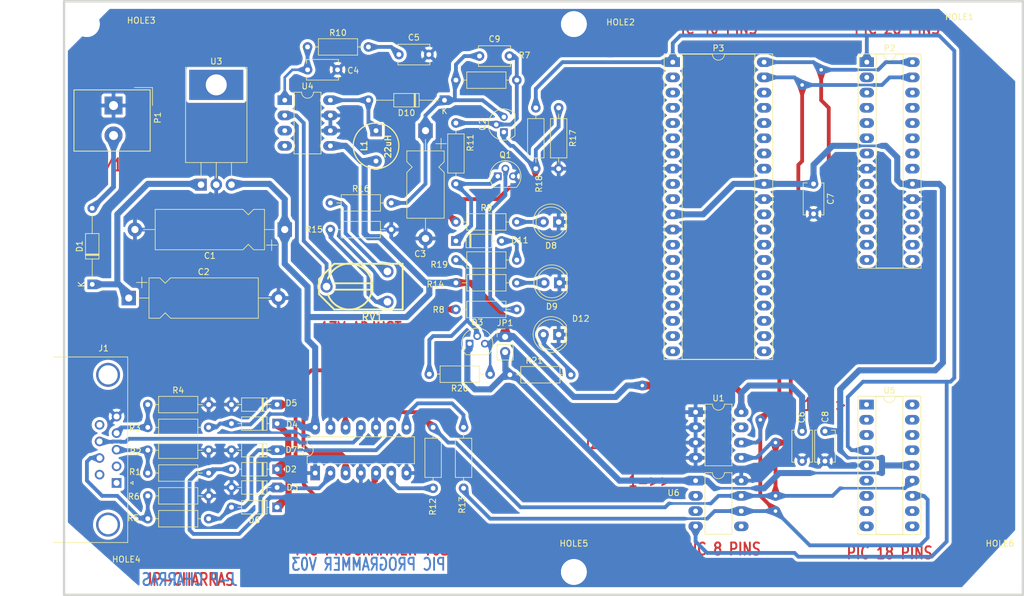
<source format=kicad_pcb>
(kicad_pcb (version 20240706) (generator "pcbnew") (generator_version "8.99")
  (title_block (title "SERIAL PIC PROGRAMMER"))
  (layers (0 "F.Cu" signal "top_copper") (31 "B.Cu" signal "bottom_copper") (34 "B.Paste" user) (35 "F.Paste" user) (36 "B.SilkS" user "B.Silkscreen") (37 "F.SilkS" user "F.Silkscreen") (38 "B.Mask" user) (39 "F.Mask" user) (44 "Edge.Cuts" user))
  (net 0 "")
  (net 1 "Net-(D1-K)")
  (net 2 "Net-(U4-Vc)")
  (net 3 "GND")
  (net 4 "VCC")
  (net 5 "VPP")
  (net 6 "VCC_PIC")
  (net 7 "Net-(Q2-B)")
  (net 8 "/pic_programmer/PC-CLOCK-OUT")
  (net 9 "VPP-MCLR")
  (net 10 "CLOCK-RB6")
  (net 11 "DATA-RB7")
  (net 12 "Net-(D1-A)")
  (net 13 "Net-(D2-A)")
  (net 14 "Net-(C5-Pad1)")
  (net 15 "Net-(D4-A)")
  (net 16 "Net-(D6-A)")
  (net 17 "Net-(D8-A)")
  (net 18 "Net-(D9-A)")
  (net 19 "Net-(D10-A)")
  (net 20 "Net-(D11-K)")
  (net 21 "Net-(D11-A)")
  (net 22 "Net-(D12-A)")
  (net 25 "Net-(R8-Pad1)")
  (net 26 "Net-(R12-Pad1)")
  (net 27 "Net-(R13-Pad1)")
  (net 28 "Net-(R15-Pad1)")
  (net 29 "Net-(R16-Pad1)")
  (net 30 "Net-(Q1-B)")
  (net 31 "Net-(Q2-C)")
  (net 32 "/pic_programmer/VPP_ON")
  (net 33 "/pic_programmer/PC-DATA-OUT")
  (net 34 "/pic_programmer/PC-DATA-IN")
  (net 37 "Net-(Q3-B)")
  (net 38 "Net-(U4-FB+)")
  (footprint "Package_DIP:DIP-40_W15.24mm_Socket_LongPads" (layer "F.Cu") (at 175.26 50.8)
    (property "Reference" "P3")
    (property "Value" "SUPP40")
  )
  (footprint "pic_programmer_fp:MountingHole_4.3mm_M4_DIN965" (layer "F.Cu") (at 229.87 44.45)
    (property "Reference" "HOLE1")
    (property "Value" "P***")
  )
  (footprint "pic_programmer_fp:MountingHole_4.3mm_M4_DIN965" (layer "F.Cu") (at 229.87 135.89)
    (property "Reference" "HOLE6")
    (property "Value" "P***")
  )
  (footprint "pic_programmer_fp:MountingHole_4.3mm_M4_DIN965" (layer "F.Cu") (at 77.47 44.45)
    (property "Reference" "HOLE3")
    (property "Value" "P***")
  )
  (footprint "pic_programmer_fp:MountingHole_4.3mm_M4_DIN965" (layer "F.Cu") (at 77.47 135.89)
    (property "Reference" "HOLE4")
    (property "Value" "P***")
  )
  (footprint "pic_programmer_fp:MountingHole_4.3mm_M4_DIN965" (layer "F.Cu") (at 158.75 135.89)
    (property "Reference" "HOLE5")
    (property "Value" "P***")
  )
  (footprint "pic_programmer_fp:MountingHole_4.3mm_M4_DIN965" (layer "F.Cu") (at 158.75 44.45)
    (property "Reference" "HOLE2")
    (property "Value" "P***")
  )
  (footprint "Package_DIP:DIP-28_W7.62mm_Socket_LongPads" (layer "F.Cu") (at 207.645 50.8)
    (property "Reference" "P2")
    (property "Value" "SUPP28")
  )
  (footprint "Capacitor_THT:CP_Axial_L18.0mm_D6.5mm_P25.00mm_Horizontal" (layer "F.Cu") (at 110.49 78.74 180)
    (property "Reference" "C1")
    (property "Value" "100uF")
  )
  (footprint "Capacitor_THT:CP_Axial_L18.0mm_D6.5mm_P25.00mm_Horizontal" (layer "F.Cu") (at 84.455 90.17)
    (property "Reference" "C2")
    (property "Value" "220uF")
  )
  (footprint "Capacitor_THT:CP_Axial_L11.0mm_D6.0mm_P18.00mm_Horizontal" (layer "F.Cu") (at 133.985 62.23 -90)
    (property "Reference" "C3")
    (property "Value" "22uF/25V")
  )
  (footprint "Capacitor_THT:C_Disc_D5.1mm_W3.2mm_P5.00mm" (layer "F.Cu") (at 114.3 52.07)
    (property "Reference" "C4")
    (property "Value" "0")
  )
  (footprint "Capacitor_THT:C_Disc_D5.1mm_W3.2mm_P5.00mm" (layer "F.Cu") (at 129.54 49.53)
    (property "Reference" "C5")
    (property "Value" "10nF")
  )
  (footprint "Capacitor_THT:C_Disc_D5.1mm_W3.2mm_P5.00mm" (layer "F.Cu") (at 196.85 112.395 -90)
    (property "Reference" "C6")
    (property "Value" "100nF")
  )
  (footprint "Capacitor_THT:C_Disc_D5.1mm_W3.2mm_P5.00mm" (layer "F.Cu") (at 198.755 71.12 -90)
    (property "Reference" "C7")
    (property "Value" "100nF")
  )
  (footprint "Capacitor_THT:C_Disc_D5.1mm_W3.2mm_P5.00mm" (layer "F.Cu") (at 200.66 112.395 -90)
    (property "Reference" "C8")
    (property "Value" "100nF")
  )
  (footprint "Capacitor_THT:C_Disc_D5.1mm_W3.2mm_P5.00mm" (layer "F.Cu") (at 143.002 49.784)
    (property "Reference" "C9")
    (property "Value" "22OnF")
  )
  (footprint "Diode_THT:D_DO-35_SOD27_P12.70mm_Horizontal" (layer "F.Cu") (at 78.359 87.884 90)
    (property "Reference" "D1")
    (property "Value" "1N4004")
  )
  (footprint "pic_programmer_fp:D_DO-35_SOD27_P7.62mm_Horizontal" (layer "F.Cu") (at 109.22 118.745 180)
    (property "Reference" "D2")
    (property "Value" "BAT43")
  )
  (footprint "pic_programmer_fp:D_DO-35_SOD27_P7.62mm_Horizontal" (layer "F.Cu") (at 109.22 121.793 180)
    (property "Reference" "D3")
    (property "Value" "BAT43")
  )
  (footprint "pic_programmer_fp:D_DO-35_SOD27_P7.62mm_Horizontal" (layer "F.Cu") (at 109.22 111.125 180)
    (property "Reference" "D4")
    (property "Value" "BAT43")
  )
  (footprint "pic_programmer_fp:D_DO-35_SOD27_P7.62mm_Horizontal" (layer "F.Cu") (at 109.22 107.95 180)
    (property "Reference" "D5")
    (property "Value" "BAT43")
  )
  (footprint "pic_programmer_fp:D_DO-35_SOD27_P7.62mm_Horizontal" (layer "F.Cu") (at 109.22 125.095 180)
    (property "Reference" "D6")
    (property "Value" "BAT43")
  )
  (footprint "pic_programmer_fp:D_DO-35_SOD27_P7.62mm_Horizontal" (layer "F.Cu") (at 109.22 115.57 180)
    (property "Reference" "D7")
    (property "Value" "BAT43")
  )
  (footprint "LED_THT:LED_D5.0mm" (layer "F.Cu") (at 156.21 77.47 180)
    (property "Reference" "D8")
    (property "Value" "RED-LED")
  )
  (footprint "LED_THT:LED_D5.0mm" (layer "F.Cu") (at 156.337 87.63 180)
    (property "Reference" "D9")
    (property "Value" "GREEN-LED")
  )
  (footprint "Diode_THT:D_DO-35_SOD27_P12.70mm_Horizontal" (layer "F.Cu") (at 137.16 57.15 180)
    (property "Reference" "D10")
    (property "Value" "SCHOTTKY")
  )
  (footprint "pic_programmer_fp:D_DO-35_SOD27_P7.62mm_Horizontal" (layer "F.Cu") (at 139.065 80.645)
    (property "Reference" "D11")
    (property "Value" "BAT43")
  )
  (footprint "LED_THT:LED_D5.0mm" (layer "F.Cu") (at 156.21 96.266 180)
    (property "Reference" "D12")
    (property "Value" "YELLOW-LED")
  )
  (footprint "Connector_Dsub:DSUB-9_Female_Horizontal_P2.77x2.84mm_EdgePinOffset7.70mm_Housed_MountingHolesOffset9.12mm" (layer "F.Cu") (at 82.423 121.031 -90)
    (property "Reference" "J1")
    (property "Value" "DB9-FEMAL")
  )
  (footprint "Connector_PinHeader_2.54mm:PinHeader_1x02_P2.54mm_Vertical" (layer "F.Cu") (at 147.275 96.65)
    (property "Reference" "JP1")
    (property "Value" "JUMPER")
  )
  (footprint "pic_programmer_fp:INDUCTOR_V" (layer "F.Cu") (at 125.73 64.77 -90)
    (property "Reference" "L1")
    (property "Value" "22uH")
  )
  (footprint "TerminalBlock_Altech:Altech_AK300_1x02_P5.00mm_45-Degree" (layer "F.Cu") (at 81.915 58.039 -90)
    (property "Reference" "P1")
    (property "Value" "CONN_2")
  )
  (footprint "pic_programmer_fp:TO-92" (layer "F.Cu") (at 146.05 69.85)
    (property "Reference" "Q1")
    (property "Value" "BC237")
  )
  (footprint "pic_programmer_fp:TO-92" (layer "F.Cu") (at 147.066 62.484 90)
    (property "Reference" "Q2")
    (property "Value" "BC307")
  )
  (footprint "pic_programmer_fp:TO-92" (layer "F.Cu") (at 141.351 97.79)
    (property "Reference" "Q3")
    (property "Value" "BC307")
  )
  (footprint "pic_programmer_fp:R_Axial_DIN0207_L6.3mm_D2.5mm_P10.16mm_Horizontal" (layer "F.Cu") (at 87.63 115.57)
    (property "Reference" "R2")
    (property "Value" "10K")
  )
  (footprint "pic_programmer_fp:R_Axial_DIN0207_L6.3mm_D2.5mm_P10.16mm_Horizontal" (layer "F.Cu") (at 87.63 111.76)
    (property "Reference" "R3")
    (property "Value" "10K")
  )
  (footprint "pic_programmer_fp:R_Axial_DIN0207_L6.3mm_D2.5mm_P10.16mm_Horizontal" (layer "F.Cu") (at 87.63 107.95)
    (property "Reference" "R4")
    (property "Value" "10K")
  )
  (footprint "pic_programmer_fp:R_Axial_DIN0207_L6.3mm_D2.5mm_P10.16mm_Horizontal" (layer "F.Cu") (at 87.63 127)
    (property "Reference" "R5")
    (property "Value" "10K")
  )
  (footprint "pic_programmer_fp:R_Axial_DIN0207_L6.3mm_D2.5mm_P10.16mm_Horizontal" (layer "F.Cu") (at 87.63 123.19)
    (property "Reference" "R6")
    (property "Value" "10K")
  )
  (footprint "pic_programmer_fp:R_Axial_DIN0207_L6.3mm_D2.5mm_P10.16mm_Horizontal" (layer "F.Cu") (at 139.065 53.7972)
    (property "Reference" "R7")
    (property "Value" "10K")
  )
  (footprint "pic_programmer_fp:R_Axial_DIN0207_L6.3mm_D2.5mm_P10.16mm_Horizontal" (layer "F.Cu") (at 139.065 92.075)
    (property "Reference" "R8")
    (property "Value" "1K")
  )
  (footprint "pic_programmer_fp:R_Axial_DIN0207_L6.3mm_D2.5mm_P10.16mm_Horizontal" (layer "F.Cu") (at 139.065 77.47)
    (property "Reference" "R9")
    (property "Value" "2.2K")
  )
  (footprint "pic_programmer_fp:R_Axial_DIN0207_L6.3mm_D2.5mm_P10.16mm_Horizontal" (layer "F.Cu") (at 114.3 48.26)
    (property "Reference" "R10")
    (property "Value" "5.1K")
  )
  (footprint "pic_programmer_fp:R_Axial_DIN0207_L6.3mm_D2.5mm_P10.16mm_Horizontal" (layer "F.Cu") (at 139.065 71.12 90)
    (property "Reference" "R11")
    (property "Value" "22K")
  )
  (footprint "pic_programmer_fp:R_Axial_DIN0207_L6.3mm_D2.5mm_P10.16mm_Horizontal" (layer "F.Cu") (at 135.255 121.92 90)
    (property "Reference" "R12")
    (property "Value" "470")
  )
  (footprint "pic_programmer_fp:R_Axial_DIN0207_L6.3mm_D2.5mm_P10.16mm_Horizontal" (layer "F.Cu") (at 140.335 111.76 -90)
    (property "Reference" "R13")
    (property "Value" "470")
  )
  (footprint "pic_programmer_fp:R_Axial_DIN0207_L6.3mm_D2.5mm_P10.16mm_Horizontal" (layer "F.Cu") (at 139.065 87.63)
    (property "Reference" "R14")
    (property "Value" "470")
  )
  (footprint "pic_programmer_fp:R_Axial_DIN0207_L6.3mm_D2.5mm_P10.16mm_Horizontal" (layer "F.Cu") (at 118.11 78.74)
    (property "Reference" "R15")
    (property "Value" "6.2K")
  )
  (footprint "pic_programmer_fp:R_Axial_DIN0207_L6.3mm_D2.5mm_P10.16mm_Horizontal" (layer "F.Cu") (at 156.21 58.42 -90)
    (property "Reference" "R17")
    (property "Value" "22K")
  )
  (footprint "pic_programmer_fp:R_Axial_DIN0207_L6.3mm_D2.5mm_P10.16mm_Horizontal" (layer "F.Cu") (at 152.4 68.58 90)
    (property "Reference" "R18")
    (property "Value" "220")
  )
  (footprint "pic_programmer_fp:R_Axial_DIN0207_L6.3mm_D2.5mm_P10.16mm_Horizontal" (layer "F.Cu") (at 149.225 83.82 180)
    (property "Reference" "R19")
    (property "Value" "2.2K")
  )
  (footprint "pic_programmer_fp:R_Axial_DIN0207_L6.3mm_D2.5mm_P10.16mm_Horizontal" (layer "F.Cu") (at 148.075 102.975)
    (property "Reference" "R21")
    (property "Value" "470")
  )
  (footprint "pic_programmer_fp:RV2X4" (layer "F.Cu") (at 127.635 90.805 180)
    (property "Reference" "RV1")
    (property "Value" "1K")
  )
  (footprint "Package_DIP:DIP-8_W7.62mm_LongPads" (layer "F.Cu") (at 179.07 109.22)
    (property "Reference" "U1")
    (property "Value" "24Cxx")
  )
  (footprint "Package_DIP:DIP-14_W7.62mm_LongPads" (layer "F.Cu") (at 115.57 119.38 90)
    (property "Reference" "U2")
    (property "Value" "74HC125")
  )
  (footprint "pic_programmer_fp:TO-220-3_Horizontal_TabDown" (layer "F.Cu") (at 96.52 71.247)
    (property "Reference" "U3")
    (property "Value" "7805")
  )
  (footprint "Package_DIP:DIP-8_W7.62mm_LongPads" (layer "F.Cu") (at 110.49 57.15)
    (property "Reference" "U4")
    (property "Value" "LT1373")
  )
  (footprint "Package_DIP:DIP-18_W7.62mm_Socket_LongPads" (layer "F.Cu") (at 207.6 107.95)
    (property "Reference" "U5")
    (property "Value" "PIC_18_PINS")
  )
  (footprint "Package_DIP:DIP-8_W7.62mm_LongPads" (layer "F.Cu") (at 179.07 120.65)
    (property "Reference" "U6")
    (property "Value" "PIC_8_PINS")
  )
  (footprint "pic_programmer_fp:R_Axial_DIN0207_L6.3mm_D2.5mm_P10.16mm_Horizontal" (layer "F.Cu") (at 87.63 119.38)
    (property "Reference" "R1")
    (property "Value" "10K")
  )
  (footprint "pic_programmer_fp:R_Axial_DIN0207_L6.3mm_D2.5mm_P10.16mm_Horizontal" (layer "F.Cu") (at 144.775 102.875 180)
    (property "Reference" "R20")
    (property "Value" "2.2K")
  )
  (footprint "pic_programmer_fp:R_Axial_DIN0207_L6.3mm_D2.5mm_P10.16mm_Horizontal" (layer "F.Cu") (at 118.11 74.295)
    (property "Reference" "R16")
    (property "Value" "62K")
  )
  (gr_line (start 173.99 40.64) (end 233.68 40.64) (stroke (width 0.381)) (layer "Edge.Cuts"))
  (gr_line (start 233.68 139.7) (end 73.66 139.7) (stroke (width 0.381)) (layer "Edge.Cuts"))
  (gr_line (start 73.66 40.64) (end 173.99 40.64) (stroke (width 0.381)) (layer "Edge.Cuts"))
  (gr_line (start 73.66 139.7) (end 73.66 40.64) (stroke (width 0.381)) (layer "Edge.Cuts"))
  (gr_line (start 233.68 40.64) (end 233.68 139.7) (stroke (width 0.381)) (layer "Edge.Cuts"))
  (gr_text "PIC 28 PINS" (at 212.725 45.085 0) (layer "F.Cu") (effects (font (size 2.032 1.524) (thickness 0.3048))))
  (gr_text "PIC 8 PINS" (at 183.515 132.08 0) (layer "F.Cu") (effects (font (size 2.032 1.524) (thickness 0.3048))))
  (gr_text "VCC ON" (at 163.322 96.901 0) (layer "F.Cu") (effects (font (size 2.032 1.524) (thickness 0.3048))))
  (gr_text "PIC PROGRAMMER V03" (at 125.095 132.08 0) (layer "F.Cu") (effects (font (size 2.032 1.524) (thickness 0.3048))))
  (gr_text "1=>>" (at 167.64 48.895 0) (layer "F.Cu") (effects (font (size 2.032 1.524) (thickness 0.3048))))
  (gr_text "PIC 40 PINS" (at 182.245 45.085 0) (layer "F.Cu") (effects (font (size 2.032 1.524) (thickness 0.3048))))
  (gr_text "1=>>" (at 171.45 109.22 0) (layer "F.Cu") (effects (font (size 2.032 1.524) (thickness 0.3048))))
  (gr_text "VPP ON" (at 163.449 76.835 0) (layer "F.Cu") (effects (font (size 2.032 1.524) (thickness 0.3048))))
  (gr_text "1=>>" (at 201.295 48.895 0) (layer "F.Cu") (effects (font (size 2.032 1.524) (thickness 0.3048))))
  (gr_text "JP-CHARRAS" (at 94.615 137.16 0) (layer "F.Cu") (effects (font (size 2.032 1.524) (thickness 0.3048))))
  (gr_text "I2C PROM" (at 166.37 114.3 0) (layer "F.Cu") (effects (font (size 2.032 1.524) (thickness 0.3048))))
  (gr_text "+8/12V" (at 81.534 67.945 0) (layer "F.Cu") (effects (font (size 2.032 1.524) (thickness 0.3048))))
  (gr_text "PIC 18 PINS" (at 211.455 132.715 0) (layer "F.Cu") (effects (font (size 2.032 1.524) (thickness 0.3048))))
  (gr_text "PWR ON" (at 163.449 88.011 0) (layer "F.Cu") (effects (font (size 2.032 1.524) (thickness 0.3048))))
  (gr_text "13V ADJUST" (at 123.19 95.25 0) (layer "F.Cu") (effects (font (size 2.032 1.524) (thickness 0.3048))))
  (gr_text "1=>>" (at 171.45 120.65 0) (layer "F.Cu") (effects (font (size 2.032 1.524) (thickness 0.3048))))
  (gr_text "1=>>" (at 200.66 107.95 0) (layer "F.Cu") (effects (font (size 2.032 1.524) (thickness 0.3048))))
  (gr_text "PIC PROGRAMMER V03" (at 124.46 134.62 0) (layer "B.Cu") (effects (font (size 2.032 1.524) (thickness 0.3048)) (justify mirror)))
  (gr_text "J-P CHARRAS" (at 94.615 137.16 0) (layer "B.Cu") (effects (font (size 2.032 1.524) (thickness 0.3048)) (justify mirror)))
  (segment (start 82.55 76.2) (end 87.63 71.12) (width 1.016) (layer "B.Cu") (net 1))
  (segment (start 82.296 87.884) (end 78.359 87.884) (width 1.016) (layer "B.Cu") (net 1))
  (segment (start 82.55 87.63) (end 82.55 76.2) (width 1.016) (layer "B.Cu") (net 1))
  (segment (start 84.455 89.535) (end 82.55 87.63) (width 1.016) (layer "B.Cu") (net 1))
  (segment (start 87.63 71.12) (end 96.52 71.12) (width 1.016) (layer "B.Cu") (net 1))
  (segment (start 82.55 87.63) (end 82.296 87.884) (width 1.016) (layer "B.Cu") (net 1))
  (segment (start 84.455 90.17) (end 84.455 89.535) (width 1.016) (layer "B.Cu") (net 1))
  (segment (start 114.3 48.26) (end 114.3 52.07) (width 0.635) (layer "B.Cu") (net 2))
  (segment (start 110.49 57.15) (end 110.49 53.34) (width 0.4318) (layer "B.Cu") (net 2))
  (segment (start 111.76 52.07) (end 114.3 52.07) (width 0.4318) (layer "B.Cu") (net 2))
  (segment (start 110.49 53.34) (end 111.76 52.07) (width 0.4318) (layer "B.Cu") (net 2))
  (segment (start 111.0742 116.8908) (end 109.22 118.745) (width 1.016) (layer "F.Cu") (net 4))
  (segment (start 139.065 87.63) (end 141.478 87.63) (width 1.016) (layer "F.Cu") (net 4))
  (segment (start 141.478 87.63) (end 147.32 93.472) (width 1.016) (layer "F.Cu") (net 4))
  (segment (start 111.125 120.65) (end 111.125 123.19) (width 1.016) (layer "F.Cu") (net 4))
  (segment (start 185.42 104.775) (end 186.69 106.045) (width 1.016) (layer "F.Cu") (net 4))
  (segment (start 147.32 93.472) (end 147.32 96.52) (width 1.016) (layer "F.Cu") (net 4))
  (segment (start 111.0742 113.0808) (end 111.0742 116.8908) (width 1.016) (layer "F.Cu") (net 4))
  (segment (start 110.49 112.395) (end 110.49 112.4966) (width 1.016) (layer "F.Cu") (net 4))
  (segment (start 110.49 112.4966) (end 111.0742 113.0808) (width 1.016) (layer "F.Cu") (net 4))
  (segment (start 109.22 118.745) (end 111.125 120.65) (width 1.016) (layer "F.Cu") (net 4))
  (segment (start 186.69 106.045) (end 186.69 109.22) (width 1.016) (layer "F.Cu") (net 4))
  (segment (start 111.125 123.19) (end 109.855 124.46) (width 1.016) (layer "F.Cu") (net 4))
  (segment (start 170.18 104.775) (end 185.42 104.775) (width 1.016) (layer "F.Cu") (net 4))
  (segment (start 109.22 111.125) (end 110.49 112.395) (width 1.016) (layer "F.Cu") (net 4))
  (via (at 170.18 104.775) (size 1.651) (drill 0.6) (layers "F.Cu" "B.Cu") (net 4))
  (segment (start 123.19 67.31) (end 120.65 64.77) (width 1.016) (layer "B.Cu") (net 4))
  (segment (start 101.6 71.12) (end 107.95 71.12) (width 1.016) (layer "B.Cu") (net 4))
  (segment (start 134.62 89.535) (end 134.62 87.63) (width 1.016) (layer "B.Cu") (net 4))
  (segment (start 123.825 67.31) (end 123.19 67.31) (width 1.016) (layer "B.Cu") (net 4))
  (segment (start 147.32 96.52) (end 146.05 96.52) (width 1.016) (layer "B.Cu") (net 4))
  (segment (start 158.75 106.68) (end 165.735 106.68) (width 1.016) (layer "B.Cu") (net 4))
  (segment (start 126.365 80.01) (end 124.46 80.01) (width 1.016) (layer "B.Cu") (net 4))
  (segment (start 118.11 64.77) (end 120.65 64.77) (width 1.016) (layer "B.Cu") (net 4))
  (segment (start 114.3 93.345) (end 114.3 97.155) (width 1.016) (layer "B.Cu") (net 4))
  (segment (start 114.3 93.345) (end 130.81 93.345) (width 1.016) (layer "B.Cu") (net 4))
  (segment (start 114.3 97.155) (end 115.57 98.425) (width 1.016) (layer "B.Cu") (net 4))
  (segment (start 186.69 106.045) (end 187.96 104.775) (width 1.016) (layer "B.Cu") (net 4))
  (segment (start 115.57 98.425) (end 115.57 111.76) (width 1.016) (layer "B.Cu") (net 4))
  (segment (start 130.81 93.345) (end 134.62 89.535) (width 1.016) (layer "B.Cu") (net 4))
  (segment (start 165.735 106.68) (end 167.64 104.775) (width 1.016) (layer "B.Cu") (net 4))
  (segment (start 148.59 96.52) (end 158.75 106.68) (width 1.016) (layer "B.Cu") (net 4))
  (segment (start 124.46 80.01) (end 123.825 79.375) (width 1.016) (layer "B.Cu") (net 4))
  (segment (start 113.3856 111.76) (end 115.57 111.76) (width 1.016) (layer "B.Cu") (net 4))
  (segment (start 196.85 112.395) (end 196.85 106.68) (width 1.016) (layer "B.Cu") (net 4))
  (segment (start 134.62 87.63) (end 133.985 87.63) (width 1.016) (layer "B.Cu") (net 4))
  (segment (start 146.05 96.52) (end 144.78 97.79) (width 1.016) (layer "B.Cu") (net 4))
  (segment (start 144.78 97.79) (end 143.891 97.79) (width 1.016) (layer "B.Cu") (net 4))
  (segment (start 109.22 111.125) (end 112.7506 111.125) (width 1.016) (layer "B.Cu") (net 4))
  (segment (start 125.73 67.31) (end 123.825 67.31) (width 1.016) (layer "B.Cu") (net 4))
  (segment (start 167.64 104.775) (end 170.18 104.775) (width 1.016) (layer "B.Cu") (net 4))
  (segment (start 144.775 102.875) (end 144.78 102.87) (width 0.4) (layer "B.Cu") (net 4))
  (segment (start 139.065 87.63) (end 134.62 87.63) (width 1.016) (layer "B.Cu") (net 4))
  (segment (start 114.3 88.265) (end 114.3 93.345) (width 1.016) (layer "B.Cu") (net 4))
  (segment (start 110.49 73.66) (end 107.95 71.12) (width 1.016) (layer "B.Cu") (net 4))
  (segment (start 196.85 106.68) (end 194.945 104.775) (width 1.016) (layer "B.Cu") (net 4))
  (segment (start 144.78 102.87) (end 144.78 97.79) (width 0.4) (layer "B.Cu") (net 4))
  (segment (start 147.32 96.52) (end 148.59 96.52) (width 1.016) (layer "B.Cu") (net 4))
  (segment (start 186.69 109.22) (end 186.69 106.045) (width 1.016) (layer "B.Cu") (net 4))
  (segment (start 112.7506 111.125) (end 113.3856 111.76) (width 1.016) (layer "B.Cu") (net 4))
  (segment (start 133.985 87.63) (end 126.365 80.01) (width 1.016) (layer "B.Cu") (net 4))
  (segment (start 187.96 104.775) (end 194.945 104.775) (width 1.016) (layer "B.Cu") (net 4))
  (segment (start 123.825 79.375) (end 123.825 67.31) (width 1.016) (layer "B.Cu") (net 4))
  (segment (start 110.49 78.74) (end 110.49 73.66) (width 1.016) (layer "B.Cu") (net 4))
  (segment (start 110.49 84.455) (end 114.3 88.265) (width 1.016) (layer "B.Cu") (net 4))
  (segment (start 110.49 78.74) (end 110.49 84.455) (width 1.016) (layer "B.Cu") (net 4))
  (segment (start 138.8872 53.975) (end 139.065 53.7972) (width 0.635) (layer "B.Cu") (net 5))
  (segment (start 138.8872 57.15) (end 138.8872 53.975) (width 0.635) (layer "B.Cu") (net 5))
  (segment (start 137.16 57.15) (end 138.8872 57.15) (width 0.635) (layer "B.Cu") (net 5))
  (segment (start 130.81 74.295) (end 128.27 74.295) (width 0.635) (layer "B.Cu") (net 5))
  (segment (start 133.985 62.23) (end 133.985 71.12) (width 0.635) (layer "B.Cu") (net 5))
  (segment (start 138.8872 57.15) (end 143.51 57.15) (width 0.635) (layer "B.Cu") (net 5))
  (segment (start 133.985 62.23) (end 133.985 59.69) (width 0.635) (layer "B.Cu") (net 5))
  (segment (start 136.525 57.15) (end 137.16 57.15) (width 0.635) (layer "B.Cu") (net 5))
  (segment (start 133.985 71.12) (end 130.81 74.295) (width 0.635) (layer "B.Cu") (net 5))
  (segment (start 139.065 51.181) (end 140.462 49.784) (width 0.635) (layer "B.Cu") (net 5))
  (segment (start 139.065 53.7972) (end 139.065 51.181) (width 0.635) (layer "B.Cu") (net 5))
  (segment (start 143.51 57.15) (end 147.066 59.944) (width 0.635) (layer "B.Cu") (net 5))
  (segment (start 136.525 57.15) (end 133.985 59.69) (width 0.635) (layer "B.Cu") (net 5))
  (segment (start 140.462 49.784) (end 143.002 49.784) (width 0.635) (layer "B.Cu") (net 5))
  (segment (start 190.5 121.92) (end 193.04 119.38) (width 1.016) (layer "B.Cu") (net 6))
  (segment (start 204.47 116.84) (end 210.185 116.84) (width 0.4318) (layer "B.Cu") (net 6))
  (segment (start 179.07 120.65) (end 166.37 120.65) (width 1.016) (layer "B.Cu") (net 6))
  (segment (start 219.075 102.235) (end 220.345 100.965) (width 1.016) (layer "B.Cu") (net 6))
  (segment (start 147.32 102.22) (end 148.075 102.975) (width 1.016) (layer "B.Cu") (net 6))
  (segment (start 175.26 76.2) (end 180.34 76.2) (width 1.016) (layer "B.Cu") (net 6))
  (segment (start 140.97 104.14) (end 140.97 99.06) (width 1.016) (layer "B.Cu") (net 6))
  (segment (start 148.075 102.975) (end 147.215 102.975) (width 1.016) (layer "B.Cu") (net 6))
  (segment (start 166.37 120.65) (end 148.695 102.975) (width 1.016) (layer "B.Cu") (net 6))
  (segment (start 185.42 71.12) (end 190.5 71.12) (width 1.016) (layer "B.Cu") (net 6))
  (segment (start 210.185 119.38) (end 210.185 118.11) (width 1.016) (layer "B.Cu") (net 6))
  (segment (start 198.12 119.38) (end 210.185 119.38) (width 0.4318) (layer "B.Cu") (net 6))
  (segment (start 203.2 105.41) (end 203.2 112.395) (width 1.016) (layer "B.Cu") (net 6))
  (segment (start 140.97 99.06) (end 141.351 98.679) (width 1.016) (layer "B.Cu") (net 6))
  (segment (start 201.93 64.77) (end 205.74 64.77) (width 1.016) (layer "B.Cu") (net 6))
  (segment (start 179.07 120.65) (end 180.975 120.65) (width 1.016) (layer "B.Cu") (net 6))
  (segment (start 220.345 100.965) (end 220.345 71.755) (width 1.016) (layer "B.Cu") (net 6))
  (segment (start 212.725 70.485) (end 213.36 71.12) (width 1.016) (layer "B.Cu") (net 6))
  (segment (start 213.36 71.12) (end 215.265 71.12) (width 1.016) (layer "B.Cu") (net 6))
  (segment (start 189.23 121.92) (end 190.5 121.92) (width 1.016) (layer "B.Cu") (net 6))
  (segment (start 219.71 71.12) (end 215.265 71.12) (width 1.016) (layer "B.Cu") (net 6))
  (segment (start 203.2 112.395) (end 203.2 115.57) (width 1.016) (layer "B.Cu") (net 6))
  (segment (start 203.2 105.41) (end 206.375 102.235) (width 1.016) (layer "B.Cu") (net 6))
  (segment (start 142.24 105.41) (end 140.97 104.14) (width 1.016) (layer "B.Cu") (net 6))
  (segment (start 210.185 118.11) (end 210.185 116.84) (width 1.016) (layer "B.Cu") (net 6))
  (segment (start 141.351 98.679) (end 141.351 97.79) (width 1.016) (layer "B.Cu") (net 6))
  (segment (start 147.32 99.06) (end 147.32 102.22) (width 1.016) (layer "B.Cu") (net 6))
  (segment (start 200.66 112.395) (end 203.2 112.395) (width 1.016) (layer "B.Cu") (net 6))
  (segment (start 210.185 64.77) (end 210.82 64.77) (width 1.016) (layer "B.Cu") (net 6))
  (segment (start 210.82 64.77) (end 212.725 66.675) (width 1.016) (layer "B.Cu") (net 6))
  (segment (start 190.5 71.12) (end 198.755 71.12) (width 1.016) (layer "B.Cu") (net 6))
  (segment (start 198.755 71.12) (end 198.755 67.945) (width 1.016) (layer "B.Cu") (net 6))
  (segment (start 206.375 102.235) (end 219.075 102.235) (width 1.016) (layer "B.Cu") (net 6))
  (segment (start 198.755 67.945) (end 201.93 64.77) (width 1.016) (layer "B.Cu") (net 6))
  (segment (start 144.78 105.41) (end 142.24 105.41) (width 1.016) (layer "B.Cu") (net 6))
  (segment (start 147.215 102.975) (end 144.78 105.41) (width 1.016) (layer "B.Cu") (net 6))
  (segment (start 205.74 64.77) (end 210.185 64.77) (width 0.4318) (layer "B.Cu") (net 6))
  (segment (start 182.245 121.92) (end 189.23 121.92) (width 0.4318) (layer "B.Cu") (net 6))
  (segment (start 193.04 119.38) (end 198.12 119.38) (width 1.016) (layer "B.Cu") (net 6))
  (segment (start 203.2 115.57) (end 204.47 116.84) (width 0.635) (layer "B.Cu") (net 6))
  (segment (start 212.725 66.675) (end 212.725 70.485) (width 1.016) (layer "B.Cu") (net 6))
  (segment (start 220.345 71.755) (end 219.71 71.12) (width 1.016) (layer "B.Cu") (net 6))
  (segment (start 148.695 102.975) (end 148.075 102.975) (width 1.016) (layer "B.Cu") (net 6))
  (segment (start 210.185 118.11) (end 215.265 118.11) (width 1.016) (layer "B.Cu") (net 6))
  (segment (start 180.975 120.65) (end 182.245 121.92) (width 1.016) (layer "B.Cu") (net 6))
  (segment (start 180.34 76.2) (end 185.42 71.12) (width 1.016) (layer "B.Cu") (net 6))
  (segment (start 145.542 60.96) (end 145.796 61.214) (width 0.635) (layer "B.Cu") (net 7))
  (segment (start 149.225 60.198) (end 148.209 61.214) (width 0.635) (layer "B.Cu") (net 7))
  (segment (start 149.225 50.165) (end 149.225 60.198) (width 0.635) (layer "B.Cu") (net 7))
  (segment (start 139.065 60.96) (end 145.542 60.96) (width 0.635) (layer "B.Cu") (net 7))
  (segment (start 148.082 49.784) (end 148.844 49.784) (width 0.635) (layer "B.Cu") (net 7))
  (segment (start 148.209 61.214) (end 145.796 61.214) (width 0.635) (layer "B.Cu") (net 7))
  (segment (start 148.844 49.784) (end 149.225 50.165) (width 0.635) (layer "B.Cu") (net 7))
  (segment (start 82.55 123.19) (end 80.01 123.19) (width 0.635) (layer "B.Cu") (net 8))
  (segment (start 80.01 123.19) (end 77.47 120.65) (width 0.635) (layer "B.Cu") (net 8))
  (segment (start 77.47 117.475) (end 78.105 116.84) (width 0.635) (layer "B.Cu") (net 8))
  (segment (start 87.63 127) (end 87.63 123.19) (width 0.635) (layer "B.Cu") (net 8))
  (segment (start 78.105 116.84) (end 80.01 116.84) (width 0.635) (layer "B.Cu") (net 8))
  (segment (start 77.47 120.65) (end 77.47 117.475) (width 0.635) (layer "B.Cu") (net 8))
  (segment (start 87.63 127) (end 86.36 127) (width 0.635) (layer "B.Cu") (net 8))
  (segment (start 86.36 127) (end 82.55 123.19) (width 0.635) (layer "B.Cu") (net 8))
  (segment (start 218.44 133.35) (end 220.98 130.81) (width 0.635) (layer "B.Cu") (net 9))
  (segment (start 207.645 46.355) (end 176.53 46.355) (width 0.635) (layer "B.Cu") (net 9))
  (segment (start 222.25 48.895) (end 219.71 46.355) (width 0.635) (layer "B.Cu") (net 9))
  (segment (start 221.615 104.14) (end 220.98 104.14) (width 0.635) (layer "B.Cu") (net 9))
  (segment (start 207.645 50.8) (end 207.645 46.355) (width 0.635) (layer "B.Cu") (net 9))
  (segment (start 205.105 115.57) (end 204.47 114.935) (width 0.635) (layer "B.Cu") (net 9))
  (segment (start 207.645 115.57) (end 205.105 115.57) (width 0.635) (layer "B.Cu") (net 9))
  (segment (start 156.845 50.8) (end 152.4 55.245) (width 0.635) (layer "B.Cu") (net 9))
  (segment (start 179.07 130.81) (end 179.07 128.27) (width 0.635) (layer "B.Cu") (net 9))
  (segment (start 221.615 104.14) (end 222.25 103.505) (width 0.635) (layer "B.Cu") (net 9))
  (segment (start 222.25 48.895) (end 222.25 103.505) (width 0.635) (layer "B.Cu") (net 9))
  (segment (start 175.26 47.625) (end 176.53 46.355) (width 0.635) (layer "B.Cu") (net 9))
  (segment (start 175.26 50.8) (end 175.26 47.625) (width 0.635) (layer "B.Cu") (net 9))
  (segment (start 220.98 130.81) (end 220.98 104.14) (width 0.635) (layer "B.Cu") (net 9))
  (segment (start 195.58 132.715) (end 196.215 133.35) (width 0.635) (layer "B.Cu") (net 9))
  (segment (start 152.4 55.245) (end 152.4 58.42) (width 0.635) (layer "B.Cu") (net 9))
  (segment (start 179.07 130.81) (end 180.975 132.715) (width 0.635) (layer "B.Cu") (net 9))
  (segment (start 156.845 50.8) (end 175.26 50.8) (width 0.635) (layer "B.Cu") (net 9))
  (segment (start 204.47 114.935) (end 204.47 106.68) (width 0.635) (layer "B.Cu") (net 9))
  (segment (start 219.71 46.355) (end 207.645 46.355) (width 0.635) (layer "B.Cu") (net 9))
  (segment (start 204.47 106.68) (end 207.01 104.14) (width 0.635) (layer "B.Cu") (net 9))
  (segment (start 196.215 133.35) (end 218.44 133.35) (width 0.635) (layer "B.Cu") (net 9))
  (segment (start 195.58 132.715) (end 180.975 132.715) (width 0.635) (layer "B.Cu") (net 9))
  (segment (start 207.01 104.14) (end 220.98 104.14) (width 0.635) (layer "B.Cu") (net 9))
  (segment (start 196.215 67.945) (end 196.85 67.31) (width 0.635) (layer "F.Cu") (net 10))
  (segment (start 189.865 123.19) (end 192.405 125.73) (width 0.635) (layer "F.Cu") (net 10))
  (segment (start 189.865 110.49) (end 189.865 123.19) (width 0.635) (layer "F.Cu") (net 10))
  (segment (start 196.85 67.31) (end 196.85 54.61) (width 0.635) (layer "F.Cu") (net 10))
  (segment (start 193.04 107.315) (end 193.04 75.565) (width 0.635) (layer "F.Cu") (net 10))
  (segment (start 196.215 72.39) (end 196.215 67.945) (width 0.635) (layer "F.Cu") (net 10))
  (segment (start 193.04 107.315) (end 189.865 110.49) (width 0.635) (layer "F.Cu") (net 10))
  (segment (start 193.04 75.565) (end 196.215 72.39) (width 0.635) (layer "F.Cu") (net 10))
  (via (at 189.865 110.49) (size 1.651) (drill 0.6) (layers "F.Cu" "B.Cu") (net 10))
  (via (at 192.405 125.73) (size 1.651) (drill 0.6) (layers "F.Cu" "B.Cu") (net 10))
  (via (at 196.85 54.61) (size 1.651) (drill 0.6) (layers "F.Cu" "B.Cu") (net 10))
  (segment (start 190.5 53.34) (end 195.58 53.34) (width 0.635) (layer "B.Cu") (net 10))
  (segment (start 217.17 123.19) (end 215.265 123.19) (width 0.635) (layer "B.Cu") (net 10))
  (segment (start 144.78 127) (end 177.165 127) (width 0.635) (layer "B.Cu") (net 10))
  (segment (start 177.165 127) (end 180.975 127) (width 0.4318) (layer "B.Cu") (net 10))
  (segment (start 182.245 125.73) (end 180.975 127) (width 0.635) (layer "B.Cu") (net 10))
  (segment (start 216.535 131.445) (end 217.805 130.175) (width 0.635) (layer "B.Cu") (net 10))
  (segment (start 182.245 125.73) (end 186.69 125.73) (width 0.635) (layer "B.Cu") (net 10))
  (segment (start 189.865 113.665) (end 189.23 114.3) (width 0.635) (layer "B.Cu") (net 10))
  (segment (start 211.455 53.34) (end 210.185 54.61) (width 0.635) (layer "B.Cu") (net 10))
  (segment (start 198.12 131.445) (end 216.535 131.445) (width 0.635) (layer "B.Cu") (net 10))
  (segment (start 205.74 54.61) (end 208.915 54.61) (width 0.4318) (layer "B.Cu") (net 10))
  (segment (start 196.85 54.61) (end 205.74 54.61) (width 0.635) (layer "B.Cu") (net 10))
  (segment (start 217.805 130.175) (end 217.805 123.825) (width 0.635) (layer "B.Cu") (net 10))
  (segment (start 210.185 54.61) (end 208.915 54.61) (width 0.635) (layer "B.Cu") (net 10))
  (segment (start 189.23 114.3) (end 186.69 114.3) (width 0.635) (layer "B.Cu") (net 10))
  (segment (start 211.455 53.34) (end 215.265 53.34) (width 0.635) (layer "B.Cu") (net 10))
  (segment (start 189.865 110.49) (end 189.865 113.665) (width 0.635) (layer "B.Cu") (net 10))
  (segment (start 140.335 122.555) (end 144.78 127) (width 0.635) (layer "B.Cu") (net 10))
  (segment (start 192.405 125.73) (end 198.12 131.445) (width 0.635) (layer "B.Cu") (net 10))
  (segment (start 195.58 53.34) (end 196.85 54.61) (width 0.635) (layer "B.Cu") (net 10))
  (segment (start 140.335 121.92) (end 140.335 122.555) (width 0.635) (layer "B.Cu") (net 10))
  (segment (start 186.69 125.73) (end 192.405 125.73) (width 0.635) (layer "B.Cu") (net 10))
  (segment (start 217.805 123.825) (end 217.17 123.19) (width 0.635) (layer "B.Cu") (net 10))
  (segment (start 120.65 109.855) (end 121.285 109.22) (width 0.635) (layer "F.Cu") (net 11))
  (segment (start 120.65 111.76) (end 120.65 109.855) (width 0.635) (layer "F.Cu") (net 11))
  (segment (start 201.295 85.09) (end 194.945 91.44) (width 0.635) (layer "F.Cu") (net 11))
  (segment (start 121.285 109.22) (end 132.715 109.22) (width 0.635) (layer "F.Cu") (net 11))
  (segment (start 192.405 114.3) (end 192.405 123.19) (width 0.635) (layer "F.Cu") (net 11))
  (segment (start 194.31 114.3) (end 192.405 114.3) (width 0.635) (layer "F.Cu") (net 11))
  (segment (start 194.945 113.665) (end 194.31 114.3) (width 0.635) (layer "F.Cu") (net 11))
  (segment (start 200.025 57.15) (end 200.025 52.07) (width 0.635) (layer "F.Cu") (net 11))
  (segment (start 200.025 57.15) (end 201.295 58.42) (width 0.635) (layer "F.Cu") (net 11))
  (segment (start 194.945 91.44) (end 194.945 113.665) (width 0.635) (layer "F.Cu") (net 11))
  (segment (start 201.295 58.42) (end 201.295 85.09) (width 0.635) (layer "F.Cu") (net 11))
  (segment (start 132.715 109.22) (end 135.255 111.76) (width 0.635) (layer "F.Cu") (net 11))
  (via (at 192.405 114.3) (size 1.651) (drill 0.6) (layers "F.Cu" "B.Cu") (net 11))
  (via (at 192.405 123.19) (size 1.651) (drill 0.6) (layers "F.Cu" "B.Cu") (net 11))
  (via (at 200.025 52.07) (size 1.651) (drill 0.6) (layers "F.Cu" "B.Cu") (net 11))
  (segment (start 135.255 111.76) (end 137.795 114.3) (width 0.635) (layer "B.Cu") (net 11))
  (segment (start 181.61 124.46) (end 182.88 123.19) (width 0.635) (layer "B.Cu") (net 11))
  (segment (start 189.23 116.84) (end 186.69 116.84) (width 0.635) (layer "B.Cu") (net 11))
  (segment (start 182.88 123.19) (end 186.69 123.19) (width 0.635) (layer "B.Cu") (net 11))
  (segment (start 209.55 52.07) (end 210.82 50.8) (width 0.635) (layer "B.Cu") (net 11))
  (segment (start 215.265 50.8) (end 210.82 50.8) (width 0.635) (layer "B.Cu") (net 11))
  (segment (start 149.86 125.095) (end 173.99 125.095) (width 0.635) (layer "B.Cu") (net 11))
  (segment (start 198.755 50.8) (end 200.025 52.07) (width 0.635) (layer "B.Cu") (net 11))
  (segment (start 192.405 114.3) (end 191.77 114.3) (width 0.635) (layer "B.Cu") (net 11))
  (segment (start 200.025 52.07) (end 205.74 52.07) (width 0.635) (layer "B.Cu") (net 11))
  (segment (start 173.99 125.095) (end 174.625 124.46) (width 0.635) (layer "B.Cu") (net 11))
  (segment (start 201.93 123.19) (end 203.2 121.92) (width 0.635) (layer "B.Cu") (net 11))
  (segment (start 190.5 50.8) (end 198.755 50.8) (width 0.635) (layer "B.Cu") (net 11))
  (segment (start 139.065 114.3) (end 149.86 125.095) (width 0.635) (layer "B.Cu") (net 11))
  (segment (start 186.69 123.19) (end 192.405 123.19) (width 0.635) (layer "B.Cu") (net 11))
  (segment (start 203.2 121.92) (end 213.995 121.92) (width 0.4318) (layer "B.Cu") (net 11))
  (segment (start 191.77 114.3) (end 189.23 116.84) (width 0.635) (layer "B.Cu") (net 11))
  (segment (start 174.625 124.46) (end 181.61 124.46) (width 0.4318) (layer "B.Cu") (net 11))
  (segment (start 137.795 114.3) (end 139.065 114.3) (width 0.635) (layer "B.Cu") (net 11))
  (segment (start 192.405 123.19) (end 201.93 123.19) (width 0.635) (layer "B.Cu") (net 11))
  (segment (start 205.74 52.07) (end 209.55 52.07) (width 0.4318) (layer "B.Cu") (net 11))
  (segment (start 213.995 121.92) (end 215.265 120.65) (width 0.635) (layer "B.Cu") (net 11))
  (segment (start 78.359 75.184) (end 81.915 71.628) (width 0.8) (layer "B.Cu") (net 12))
  (segment (start 81.915 71.628) (end 81.915 63.039) (width 0.8) (layer "B.Cu") (net 12))
  (segment (start 109.22 121.92) (end 116.205 121.92) (width 0.635) (layer "B.Cu") (net 13))
  (segment (start 95.25 129.54) (end 102.87 129.54) (width 0.635) (layer "B.Cu") (net 13))
  (segment (start 97.79 119.38) (end 98.425 118.745) (width 0.635) (layer "B.Cu") (net 13))
  (segment (start 94.615 120.65) (end 94.615 128.905) (width 0.635) (layer "B.Cu") (net 13))
  (segment (start 94.615 128.905) (end 95.25 129.54) (width 0.635) (layer "B.Cu") (net 13))
  (segment (start 106.426 125.984) (end 106.426 123.3932) (width 0.635) (layer "B.Cu") (net 13))
  (segment (start 98.425 118.745) (end 101.6 118.745) (width 0.635) (layer "B.Cu") (net 13))
  (segment (start 118.11 120.015) (end 118.11 119.38) (width 0.635) (layer "B.Cu") (net 13))
  (segment (start 95.885 119.38) (end 94.615 120.65) (width 0.635) (layer "B.Cu") (net 13))
  (segment (start 97.79 119.38) (end 95.885 119.38) (width 0.635) (layer "B.Cu") (net 13))
  (segment (start 107.8992 121.92) (end 109.22 121.92) (width 0.635) (layer "B.Cu") (net 13))
  (segment (start 116.205 121.92) (end 118.11 120.015) (width 0.635) (layer "B.Cu") (net 13))
  (segment (start 102.87 129.54) (end 106.426 125.984) (width 0.635) (layer "B.Cu") (net 13))
  (segment (start 106.426 123.3932) (end 107.8992 121.92) (width 0.635) (layer "B.Cu") (net 13))
  (segment (start 128.27 48.26) (end 129.54 49.53) (width 0.635) (layer "B.Cu") (net 14))
  (segment (start 124.46 48.26) (end 128.27 48.26) (width 0.635) (layer "B.Cu") (net 14))
  (segment (start 112.2934 117.3734) (end 113.665 118.745) (width 0.635) (layer "F.Cu") (net 15))
  (segment (start 125.73 120.65) (end 125.73 119.38) (width 0.635) (layer "F.Cu") (net 15))
  (segment (start 109.22 107.95) (end 111.125 107.95) (width 0.635) (layer "F.Cu") (net 15))
  (segment (start 111.125 107.95) (end 112.2934 109.1184) (width 0.635) (layer "F.Cu") (net 15))
  (segment (start 123.19 123.19) (end 125.73 120.65) (width 0.635) (layer "F.Cu") (net 15))
  (segment (start 112.2934 109.1184) (end 112.2934 117.3734) (width 0.635) (layer "F.Cu") (net 15))
  (segment (start 115.57 123.19) (end 123.19 123.19) (width 0.635) (layer "F.Cu") (net 15))
  (segment (start 113.665 118.745) (end 113.665 121.285) (width 0.635) (layer "F.Cu") (net 15))
  (segment (start 113.665 121.285) (end 115.57 123.19) (width 0.635) (layer "F.Cu") (net 15))
  (segment (start 107.95 107.95) (end 109.22 107.95) (width 0.635) (layer "B.Cu") (net 15))
  (segment (start 106.807 109.093) (end 107.95 107.95) (width 0.635) (layer "B.Cu") (net 15))
  (segment (start 106.807 109.22) (end 104.775 111.252) (width 0.635) (layer "B.Cu") (net 15))
  (segment (start 106.807 109.22) (end 106.807 109.093) (width 0.635) (layer "B.Cu") (net 15))
  (segment (start 104.775 111.252) (end 101.727 111.252) (width 0.635) (layer "B.Cu") (net 15))
  (segment (start 99.695 111.125) (end 101.6 111.125) (width 0.635) (layer "B.Cu") (net 15))
  (segment (start 97.79 111.76) (end 99.06 111.76) (width 0.635) (layer "B.Cu") (net 15))
  (segment (start 101.727 111.252) (end 101.6 111.125) (width 0.635) (layer "B.Cu") (net 15))
  (segment (start 99.06 111.76) (end 99.695 111.125) (width 0.635) (layer "B.Cu") (net 15))
  (segment (start 109.22 115.57) (end 125.73 115.57) (width 0.635) (layer "B.Cu") (net 16))
  (segment (start 103.8098 125.095) (end 101.6 125.095) (width 0.635) (layer "B.Cu") (net 16))
  (segment (start 99.695 127) (end 101.6 125.095) (width 0.635) (layer "B.Cu") (net 16))
  (segment (start 106.045 115.57) (end 104.9274 116.6876) (width 0.635) (layer "B.Cu") (net 16))
  (segment (start 99.695 127) (end 97.79 127) (width 0.635) (layer "B.Cu") (net 16))
  (segment (start 128.27 111.76) (end 128.27 113.03) (width 0.635) (layer "B.Cu") (net 16))
  (segment (start 104.9274 123.9774) (end 103.8098 125.095) (width 0.635) (layer "B.Cu") (net 16))
  (segment (start 128.27 113.03) (end 125.73 115.57) (width 0.635) (layer "B.Cu") (net 16))
  (segment (start 104.9274 116.6876) (end 104.9274 123.9774) (width 0.635) (layer "B.Cu") (net 16))
  (segment (start 109.22 115.57) (end 106.045 115.57) (width 0.635) (layer "B.Cu") (net 16))
  (segment (start 153.67 77.47) (end 149.225 77.47) (width 0.635) (layer "B.Cu") (net 17))
  (segment (start 153.67 87.63) (end 149.225 87.63) (width 0.635) (layer "B.Cu") (net 18))
  (segment (start 118.11 57.15) (end 124.46 57.15) (width 0.635) (layer "B.Cu") (net 19))
  (segment (start 124.46 57.15) (end 124.46 60.96) (width 0.635) (layer "B.Cu") (net 19))
  (segment (start 124.46 60.96) (end 125.73 62.23) (width 0.635) (layer "B.Cu") (net 19))
  (segment (start 141.605 73.66) (end 141.605 78.105) (width 0.635) (layer "B.Cu") (net 20))
  (segment (start 144.78 71.12) (end 139.065 71.12) (width 0.635) (layer "B.Cu") (net 20))
  (segment (start 139.065 71.12) (end 141.605 73.66) (width 0.635) (layer "B.Cu") (net 20))
  (segment (start 144.78 71.12) (end 146.05 69.85) (width 0.635) (layer "B.Cu") (net 20))
  (segment (start 141.605 78.105) (end 139.065 80.645) (width 0.635) (layer "B.Cu") (net 20))
  (segment (start 149.225 81.28) (end 149.225 83.82) (width 0.635) (layer "B.Cu") (net 21))
  (segment (start 148.59 80.645) (end 149.225 81.28) (width 0.635) (layer "B.Cu") (net 21))
  (segment (start 146.685 80.645) (end 148.59 80.645) (width 0.635) (layer "B.Cu") (net 21))
  (segment (start 153.67 97.79) (end 158.235 102.355) (width 0.635) (layer "B.Cu") (net 22))
  (segment (start 153.67 96.266) (end 153.67 97.79) (width 0.635) (layer "B.Cu") (net 22))
  (segment (start 158.235 102.355) (end 158.235 102.975) (width 0.635) (layer "B.Cu") (net 22))
  (segment (start 113.6142 103.5558) (end 113.6142 114.8842) (width 0.635) (layer "F.Cu") (net 25))
  (segment (start 114.935 102.235) (end 113.6142 103.5558) (width 0.635) (layer "F.Cu") (net 25))
  (segment (start 120.015 116.205) (end 120.65 116.84) (width 0.635) (layer "F.Cu") (net 25))
  (segment (start 135.89 92.075) (end 125.73 102.235) (width 0.635) (layer "F.Cu") (net 25))
  (segment (start 114.935 116.205) (end 120.015 116.205) (width 0.635) (layer "F.Cu") (net 25))
  (segment (start 113.6142 114.8842) (end 114.935 116.205) (width 0.635) (layer "F.Cu") (net 25))
  (segment (start 125.73 102.235) (end 114.935 102.235) (width 0.635) (layer "F.Cu") (net 25))
  (segment (start 120.65 116.84) (end 120.65 119.38) (width 0.635) (layer "F.Cu") (net 25))
  (segment (start 139.065 92.075) (end 135.89 92.075) (width 0.635) (layer "F.Cu") (net 25))
  (segment (start 128.27 120.65) (end 129.54 121.92) (width 0.635) (layer "B.Cu") (net 26))
  (segment (start 129.54 121.92) (end 135.255 121.92) (width 0.635) (layer "B.Cu") (net 26))
  (segment (start 128.27 119.38) (end 128.27 120.65) (width 0.635) (layer "B.Cu") (net 26))
  (segment (start 132.6896 107.7468) (end 138.4046 107.7468) (width 0.635) (layer "B.Cu") (net 27))
  (segment (start 138.4046 107.7468) (end 140.335 109.6772) (width 0.635) (layer "B.Cu") (net 27))
  (segment (start 130.81 109.6264) (end 132.6896 107.7468) (width 0.635) (layer "B.Cu") (net 27))
  (segment (start 140.335 109.6772) (end 140.335 111.76) (width 0.635) (layer "B.Cu") (net 27))
  (segment (start 130.81 111.76) (end 130.81 109.6264) (width 0.635) (layer "B.Cu") (net 27))
  (segment (start 118.11 80.01) (end 124.46 86.36) (width 0.635) (layer "B.Cu") (net 28))
  (segment (start 125.73 90.805) (end 127.635 90.805) (width 0.635) (layer "B.Cu") (net 28))
  (segment (start 124.46 89.535) (end 125.73 90.805) (width 0.635) (layer "B.Cu") (net 28))
  (segment (start 124.46 86.36) (end 124.46 89.535) (width 0.635) (layer "B.Cu") (net 28))
  (segment (start 118.11 78.74) (end 118.11 80.01) (width 0.635) (layer "B.Cu") (net 28))
  (segment (start 127.635 85.725) (end 127 85.725) (width 0.635) (layer "B.Cu") (net 29))
  (segment (start 120.015 74.295) (end 118.11 74.295) (width 0.635) (layer "B.Cu") (net 29))
  (segment (start 120.65 74.93) (end 120.015 74.295) (width 0.635) (layer "B.Cu") (net 29))
  (segment (start 120.65 79.375) (end 120.65 74.93) (width 0.635) (layer "B.Cu") (net 29))
  (segment (start 127 85.725) (end 120.65 79.375) (width 0.635) (layer "B.Cu") (net 29))
  (segment (start 144.78 90.17) (end 146.685 92.075) (width 0.635) (layer "B.Cu") (net 30))
  (segment (start 146.685 92.075) (end 149.225 92.075) (width 0.635) (layer "B.Cu") (net 30))
  (segment (start 147.32 68.58) (end 147.32 73.025) (width 0.635) (layer "B.Cu") (net 30))
  (segment (start 144.78 75.565) (end 144.78 90.17) (width 0.635) (layer "B.Cu") (net 30))
  (segment (start 147.32 73.025) (end 144.78 75.565) (width 0.635) (layer "B.Cu") (net 30))
  (segment (start 137.795 76.2) (end 139.065 77.47) (width 0.635) (layer "F.Cu") (net 31))
  (segment (start 137.795 74.93) (end 137.795 76.2) (width 0.635) (layer "F.Cu") (net 31))
  (segment (start 146.05 73.66) (end 147.955 71.755) (width 0.635) (layer "F.Cu") (net 31))
  (segment (start 152.4 68.58) (end 152.4 69.85) (width 0.635) (layer "F.Cu") (net 31))
  (segment (start 137.795 74.93) (end 139.065 73.66) (width 0.635) (layer "F.Cu") (net 31))
  (segment (start 147.955 71.755) (end 150.495 71.755) (width 0.635) (layer "F.Cu") (net 31))
  (segment (start 150.495 71.755) (end 152.4 69.85) (width 0.635) (layer "F.Cu") (net 31))
  (segment (start 139.065 73.66) (end 146.05 73.66) (width 0.635) (layer "F.Cu") (net 31))
  (segment (start 156.21 61.595) (end 152.4 65.405) (width 0.635) (layer "B.Cu") (net 31))
  (segment (start 156.21 58.42) (end 156.21 61.595) (width 0.635) (layer "B.Cu") (net 31))
  (segment (start 148.59 64.77) (end 148.209 64.77) (width 0.635) (layer "B.Cu") (net 31))
  (segment (start 148.209 64.77) (end 147.066 63.627) (width 0.635) (layer "B.Cu") (net 31))
  (segment (start 147.066 63.627) (end 147.066 62.484) (width 0.635) (layer "B.Cu") (net 31))
  (segment (start 152.4 65.405) (end 152.4 68.58) (width 0.635) (layer "B.Cu") (net 31))
  (segment (start 148.59 64.77) (end 152.4 68.58) (width 0.635) (layer "B.Cu") (net 31))
  (segment (start 87.63 115.57) (end 82.55 115.57) (width 0.635) (layer "B.Cu") (net 32))
  (segment (start 87.63 119.38) (end 87.63 115.57) (width 0.635) (layer "B.Cu") (net 32))
  (segment (start 87.63 111.76) (end 87.63 107.95) (width 0.635) (layer "B.Cu") (net 33))
  (segment (start 82.55 112.776) (end 82.55 112.395) (width 0.635) (layer "B.Cu") (net 33))
  (segment (start 83.185 111.76) (end 87.63 111.76) (width 0.635) (layer "B.Cu") (net 33))
  (segment (start 82.55 112.395) (end 83.185 111.76) (width 0.635) (layer "B.Cu") (net 33))
  (segment (start 80.01 114.173) (end 81.711178 114.173) (width 0.635) (layer "B.Cu") (net 34))
  (segment (start 113.03 114.3) (end 121.92 114.3) (width 0.635) (layer "B.Cu") (net 34))
  (segment (start 83.134822 114.173) (end 83.947 114.173) (width 0.635) (layer "B.Cu") (net 34))
  (segment (start 83.081321 114.119499) (end 83.134822 114.173) (width 0.635) (layer "B.Cu") (net 34))
  (segment (start 81.764679 114.119499) (end 83.081321 114.119499) (width 0.635) (layer "B.Cu") (net 34))
  (segment (start 123.19 113.03) (end 123.19 111.76) (width 0.635) (layer "B.Cu") (net 34))
  (segment (start 112.395 113.665) (end 113.03 114.3) (width 0.635) (layer "B.Cu") (net 34))
  (segment (start 121.92 114.3) (end 123.19 113.03) (width 0.635) (layer "B.Cu") (net 34))
  (segment (start 81.711178 114.173) (end 81.764679 114.119499) (width 0.635) (layer "B.Cu") (net 34))
  (segment (start 83.947 114.173) (end 84.455 113.665) (width 0.635) (layer "B.Cu") (net 34))
  (segment (start 84.455 113.665) (end 112.395 113.665) (width 0.635) (layer "B.Cu") (net 34))
  (segment (start 140.97 93.853) (end 138.303 96.52) (width 0.635) (layer "B.Cu") (net 37))
  (segment (start 142.621 95.631) (end 142.621 96.52) (width 0.635) (layer "B.Cu") (net 37))
  (segment (start 140.97 85.09) (end 139.7 83.82) (width 0.635) (layer "B.Cu") (net 37))
  (segment (start 134.62 97.155) (end 134.62 102.87) (width 0.635) (layer "B.Cu") (net 37))
  (segment (start 140.97 93.98) (end 142.621 95.631) (width 0.635) (layer "B.Cu") (net 37))
  (segment (start 139.7 83.82) (end 139.065 83.82) (width 0.635) (layer "B.Cu") (net 37))
  (segment (start 138.303 96.52) (end 135.255 96.52) (width 0.635) (layer "B.Cu") (net 37))
  (segment (start 140.97 85.09) (end 140.97 93.853) (width 0.635) (layer "B.Cu") (net 37))
  (segment (start 134.62 102.87) (end 134.615 102.875) (width 0.635) (layer "B.Cu") (net 37))
  (segment (start 135.255 96.52) (end 134.62 97.155) (width 0.635) (layer "B.Cu") (net 37))
  (segment (start 140.97 93.853) (end 140.97 93.98) (width 0.635) (layer "B.Cu") (net 37))
  (segment (start 112.395 59.69) (end 113.665 60.96) (width 0.635) (layer "B.Cu") (net 38))
  (segment (start 113.665 60.96) (end 113.665 80.645) (width 0.635) (layer "B.Cu") (net 38))
  (segment (start 113.665 80.645) (end 117.475 84.455) (width 0.635) (layer "B.Cu") (net 38))
  (segment (start 117.475 84.455) (end 117.475 88.265) (width 0.635) (layer "B.Cu") (net 38))
  (segment (start 110.49 59.69) (end 112.395 59.69) (width 0.635) (layer "B.Cu") (net 38))
  (zone (net 3) (net_name "GND") (layer "B.Cu") (connect_pads (clearance 0.508)) (min_thickness 0.3) (fill yes (thermal_gap 0.508) (thermal_bridge_width 0.635))
    (polygon (pts (xy 223.52 138.43) (xy 232.41 128.905) (xy 232.41 53.975) (xy 219.71 41.91) (xy 81.28 41.91) (xy 74.295 48.895) (xy 74.295 127.635) (xy 86.36 138.43)))
  )
)
</source>
